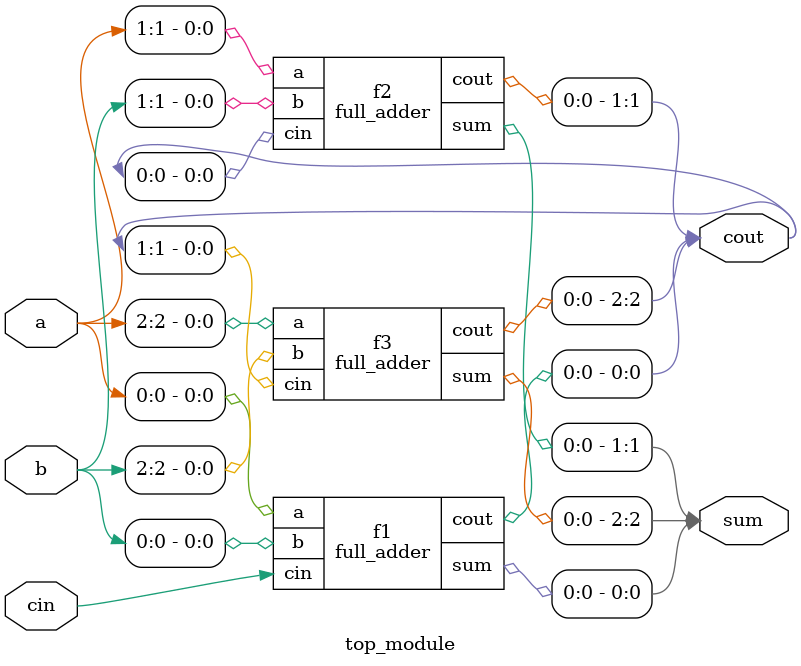
<source format=v>
module full_adder( 
    input a, b,
    input cin,
    output cout,
    output sum );
    assign sum = a ^ b ^ cin;
    assign cout = (a & b)|(b & cin)|(cin & a);
    
endmodule

module top_module(
    input [2:0] a, b,
    input cin,
    output [2:0] cout,
    output [2:0] sum);
    
    full_adder f1(.a(a[0]),.b(b[0]),.cin(cin),.sum(sum[0]),.cout(cout[0]));
    full_adder f2(.a(a[1]),.b(b[1]),.cin(cout[0]),.sum(sum[1]),.cout(cout[1]));
    full_adder f3(.a(a[2]),.b(b[2]),.cin(cout[1]),.sum(sum[2]),.cout(cout[2]));
    
endmodule

</source>
